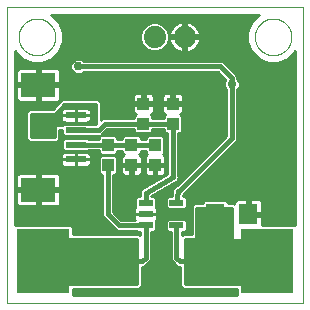
<source format=gtl>
G75*
%MOIN*%
%OFA0B0*%
%FSLAX25Y25*%
%IPPOS*%
%LPD*%
%AMOC8*
5,1,8,0,0,1.08239X$1,22.5*
%
%ADD10C,0.00000*%
%ADD11R,0.04724X0.02165*%
%ADD12R,0.03937X0.04331*%
%ADD13R,0.07087X0.01969*%
%ADD14R,0.11811X0.08268*%
%ADD15R,0.17717X0.21654*%
%ADD16R,0.09055X0.12598*%
%ADD17R,0.06299X0.07087*%
%ADD18C,0.07400*%
%ADD19C,0.01000*%
%ADD20C,0.03175*%
%ADD21C,0.02978*%
%ADD22C,0.01600*%
D10*
X0001500Y0001500D02*
X0001500Y0099925D01*
X0099925Y0099925D01*
X0099925Y0001500D01*
X0001500Y0001500D01*
X0005241Y0090083D02*
X0005243Y0090239D01*
X0005249Y0090395D01*
X0005259Y0090550D01*
X0005273Y0090705D01*
X0005291Y0090860D01*
X0005313Y0091014D01*
X0005338Y0091168D01*
X0005368Y0091321D01*
X0005402Y0091473D01*
X0005439Y0091625D01*
X0005480Y0091775D01*
X0005525Y0091924D01*
X0005574Y0092072D01*
X0005627Y0092219D01*
X0005683Y0092364D01*
X0005743Y0092508D01*
X0005807Y0092650D01*
X0005875Y0092791D01*
X0005946Y0092929D01*
X0006020Y0093066D01*
X0006098Y0093201D01*
X0006179Y0093334D01*
X0006264Y0093465D01*
X0006352Y0093594D01*
X0006443Y0093720D01*
X0006538Y0093844D01*
X0006635Y0093965D01*
X0006736Y0094084D01*
X0006840Y0094201D01*
X0006946Y0094314D01*
X0007056Y0094425D01*
X0007168Y0094533D01*
X0007283Y0094638D01*
X0007401Y0094741D01*
X0007521Y0094840D01*
X0007644Y0094936D01*
X0007769Y0095029D01*
X0007896Y0095118D01*
X0008026Y0095205D01*
X0008158Y0095288D01*
X0008292Y0095367D01*
X0008428Y0095444D01*
X0008566Y0095516D01*
X0008705Y0095586D01*
X0008847Y0095651D01*
X0008990Y0095713D01*
X0009134Y0095771D01*
X0009280Y0095826D01*
X0009428Y0095877D01*
X0009576Y0095924D01*
X0009726Y0095967D01*
X0009877Y0096006D01*
X0010029Y0096042D01*
X0010181Y0096073D01*
X0010335Y0096101D01*
X0010489Y0096125D01*
X0010643Y0096145D01*
X0010798Y0096161D01*
X0010954Y0096173D01*
X0011109Y0096181D01*
X0011265Y0096185D01*
X0011421Y0096185D01*
X0011577Y0096181D01*
X0011732Y0096173D01*
X0011888Y0096161D01*
X0012043Y0096145D01*
X0012197Y0096125D01*
X0012351Y0096101D01*
X0012505Y0096073D01*
X0012657Y0096042D01*
X0012809Y0096006D01*
X0012960Y0095967D01*
X0013110Y0095924D01*
X0013258Y0095877D01*
X0013406Y0095826D01*
X0013552Y0095771D01*
X0013696Y0095713D01*
X0013839Y0095651D01*
X0013981Y0095586D01*
X0014120Y0095516D01*
X0014258Y0095444D01*
X0014394Y0095367D01*
X0014528Y0095288D01*
X0014660Y0095205D01*
X0014790Y0095118D01*
X0014917Y0095029D01*
X0015042Y0094936D01*
X0015165Y0094840D01*
X0015285Y0094741D01*
X0015403Y0094638D01*
X0015518Y0094533D01*
X0015630Y0094425D01*
X0015740Y0094314D01*
X0015846Y0094201D01*
X0015950Y0094084D01*
X0016051Y0093965D01*
X0016148Y0093844D01*
X0016243Y0093720D01*
X0016334Y0093594D01*
X0016422Y0093465D01*
X0016507Y0093334D01*
X0016588Y0093201D01*
X0016666Y0093066D01*
X0016740Y0092929D01*
X0016811Y0092791D01*
X0016879Y0092650D01*
X0016943Y0092508D01*
X0017003Y0092364D01*
X0017059Y0092219D01*
X0017112Y0092072D01*
X0017161Y0091924D01*
X0017206Y0091775D01*
X0017247Y0091625D01*
X0017284Y0091473D01*
X0017318Y0091321D01*
X0017348Y0091168D01*
X0017373Y0091014D01*
X0017395Y0090860D01*
X0017413Y0090705D01*
X0017427Y0090550D01*
X0017437Y0090395D01*
X0017443Y0090239D01*
X0017445Y0090083D01*
X0017443Y0089927D01*
X0017437Y0089771D01*
X0017427Y0089616D01*
X0017413Y0089461D01*
X0017395Y0089306D01*
X0017373Y0089152D01*
X0017348Y0088998D01*
X0017318Y0088845D01*
X0017284Y0088693D01*
X0017247Y0088541D01*
X0017206Y0088391D01*
X0017161Y0088242D01*
X0017112Y0088094D01*
X0017059Y0087947D01*
X0017003Y0087802D01*
X0016943Y0087658D01*
X0016879Y0087516D01*
X0016811Y0087375D01*
X0016740Y0087237D01*
X0016666Y0087100D01*
X0016588Y0086965D01*
X0016507Y0086832D01*
X0016422Y0086701D01*
X0016334Y0086572D01*
X0016243Y0086446D01*
X0016148Y0086322D01*
X0016051Y0086201D01*
X0015950Y0086082D01*
X0015846Y0085965D01*
X0015740Y0085852D01*
X0015630Y0085741D01*
X0015518Y0085633D01*
X0015403Y0085528D01*
X0015285Y0085425D01*
X0015165Y0085326D01*
X0015042Y0085230D01*
X0014917Y0085137D01*
X0014790Y0085048D01*
X0014660Y0084961D01*
X0014528Y0084878D01*
X0014394Y0084799D01*
X0014258Y0084722D01*
X0014120Y0084650D01*
X0013981Y0084580D01*
X0013839Y0084515D01*
X0013696Y0084453D01*
X0013552Y0084395D01*
X0013406Y0084340D01*
X0013258Y0084289D01*
X0013110Y0084242D01*
X0012960Y0084199D01*
X0012809Y0084160D01*
X0012657Y0084124D01*
X0012505Y0084093D01*
X0012351Y0084065D01*
X0012197Y0084041D01*
X0012043Y0084021D01*
X0011888Y0084005D01*
X0011732Y0083993D01*
X0011577Y0083985D01*
X0011421Y0083981D01*
X0011265Y0083981D01*
X0011109Y0083985D01*
X0010954Y0083993D01*
X0010798Y0084005D01*
X0010643Y0084021D01*
X0010489Y0084041D01*
X0010335Y0084065D01*
X0010181Y0084093D01*
X0010029Y0084124D01*
X0009877Y0084160D01*
X0009726Y0084199D01*
X0009576Y0084242D01*
X0009428Y0084289D01*
X0009280Y0084340D01*
X0009134Y0084395D01*
X0008990Y0084453D01*
X0008847Y0084515D01*
X0008705Y0084580D01*
X0008566Y0084650D01*
X0008428Y0084722D01*
X0008292Y0084799D01*
X0008158Y0084878D01*
X0008026Y0084961D01*
X0007896Y0085048D01*
X0007769Y0085137D01*
X0007644Y0085230D01*
X0007521Y0085326D01*
X0007401Y0085425D01*
X0007283Y0085528D01*
X0007168Y0085633D01*
X0007056Y0085741D01*
X0006946Y0085852D01*
X0006840Y0085965D01*
X0006736Y0086082D01*
X0006635Y0086201D01*
X0006538Y0086322D01*
X0006443Y0086446D01*
X0006352Y0086572D01*
X0006264Y0086701D01*
X0006179Y0086832D01*
X0006098Y0086965D01*
X0006020Y0087100D01*
X0005946Y0087237D01*
X0005875Y0087375D01*
X0005807Y0087516D01*
X0005743Y0087658D01*
X0005683Y0087802D01*
X0005627Y0087947D01*
X0005574Y0088094D01*
X0005525Y0088242D01*
X0005480Y0088391D01*
X0005439Y0088541D01*
X0005402Y0088693D01*
X0005368Y0088845D01*
X0005338Y0088998D01*
X0005313Y0089152D01*
X0005291Y0089306D01*
X0005273Y0089461D01*
X0005259Y0089616D01*
X0005249Y0089771D01*
X0005243Y0089927D01*
X0005241Y0090083D01*
X0083981Y0090083D02*
X0083983Y0090239D01*
X0083989Y0090395D01*
X0083999Y0090550D01*
X0084013Y0090705D01*
X0084031Y0090860D01*
X0084053Y0091014D01*
X0084078Y0091168D01*
X0084108Y0091321D01*
X0084142Y0091473D01*
X0084179Y0091625D01*
X0084220Y0091775D01*
X0084265Y0091924D01*
X0084314Y0092072D01*
X0084367Y0092219D01*
X0084423Y0092364D01*
X0084483Y0092508D01*
X0084547Y0092650D01*
X0084615Y0092791D01*
X0084686Y0092929D01*
X0084760Y0093066D01*
X0084838Y0093201D01*
X0084919Y0093334D01*
X0085004Y0093465D01*
X0085092Y0093594D01*
X0085183Y0093720D01*
X0085278Y0093844D01*
X0085375Y0093965D01*
X0085476Y0094084D01*
X0085580Y0094201D01*
X0085686Y0094314D01*
X0085796Y0094425D01*
X0085908Y0094533D01*
X0086023Y0094638D01*
X0086141Y0094741D01*
X0086261Y0094840D01*
X0086384Y0094936D01*
X0086509Y0095029D01*
X0086636Y0095118D01*
X0086766Y0095205D01*
X0086898Y0095288D01*
X0087032Y0095367D01*
X0087168Y0095444D01*
X0087306Y0095516D01*
X0087445Y0095586D01*
X0087587Y0095651D01*
X0087730Y0095713D01*
X0087874Y0095771D01*
X0088020Y0095826D01*
X0088168Y0095877D01*
X0088316Y0095924D01*
X0088466Y0095967D01*
X0088617Y0096006D01*
X0088769Y0096042D01*
X0088921Y0096073D01*
X0089075Y0096101D01*
X0089229Y0096125D01*
X0089383Y0096145D01*
X0089538Y0096161D01*
X0089694Y0096173D01*
X0089849Y0096181D01*
X0090005Y0096185D01*
X0090161Y0096185D01*
X0090317Y0096181D01*
X0090472Y0096173D01*
X0090628Y0096161D01*
X0090783Y0096145D01*
X0090937Y0096125D01*
X0091091Y0096101D01*
X0091245Y0096073D01*
X0091397Y0096042D01*
X0091549Y0096006D01*
X0091700Y0095967D01*
X0091850Y0095924D01*
X0091998Y0095877D01*
X0092146Y0095826D01*
X0092292Y0095771D01*
X0092436Y0095713D01*
X0092579Y0095651D01*
X0092721Y0095586D01*
X0092860Y0095516D01*
X0092998Y0095444D01*
X0093134Y0095367D01*
X0093268Y0095288D01*
X0093400Y0095205D01*
X0093530Y0095118D01*
X0093657Y0095029D01*
X0093782Y0094936D01*
X0093905Y0094840D01*
X0094025Y0094741D01*
X0094143Y0094638D01*
X0094258Y0094533D01*
X0094370Y0094425D01*
X0094480Y0094314D01*
X0094586Y0094201D01*
X0094690Y0094084D01*
X0094791Y0093965D01*
X0094888Y0093844D01*
X0094983Y0093720D01*
X0095074Y0093594D01*
X0095162Y0093465D01*
X0095247Y0093334D01*
X0095328Y0093201D01*
X0095406Y0093066D01*
X0095480Y0092929D01*
X0095551Y0092791D01*
X0095619Y0092650D01*
X0095683Y0092508D01*
X0095743Y0092364D01*
X0095799Y0092219D01*
X0095852Y0092072D01*
X0095901Y0091924D01*
X0095946Y0091775D01*
X0095987Y0091625D01*
X0096024Y0091473D01*
X0096058Y0091321D01*
X0096088Y0091168D01*
X0096113Y0091014D01*
X0096135Y0090860D01*
X0096153Y0090705D01*
X0096167Y0090550D01*
X0096177Y0090395D01*
X0096183Y0090239D01*
X0096185Y0090083D01*
X0096183Y0089927D01*
X0096177Y0089771D01*
X0096167Y0089616D01*
X0096153Y0089461D01*
X0096135Y0089306D01*
X0096113Y0089152D01*
X0096088Y0088998D01*
X0096058Y0088845D01*
X0096024Y0088693D01*
X0095987Y0088541D01*
X0095946Y0088391D01*
X0095901Y0088242D01*
X0095852Y0088094D01*
X0095799Y0087947D01*
X0095743Y0087802D01*
X0095683Y0087658D01*
X0095619Y0087516D01*
X0095551Y0087375D01*
X0095480Y0087237D01*
X0095406Y0087100D01*
X0095328Y0086965D01*
X0095247Y0086832D01*
X0095162Y0086701D01*
X0095074Y0086572D01*
X0094983Y0086446D01*
X0094888Y0086322D01*
X0094791Y0086201D01*
X0094690Y0086082D01*
X0094586Y0085965D01*
X0094480Y0085852D01*
X0094370Y0085741D01*
X0094258Y0085633D01*
X0094143Y0085528D01*
X0094025Y0085425D01*
X0093905Y0085326D01*
X0093782Y0085230D01*
X0093657Y0085137D01*
X0093530Y0085048D01*
X0093400Y0084961D01*
X0093268Y0084878D01*
X0093134Y0084799D01*
X0092998Y0084722D01*
X0092860Y0084650D01*
X0092721Y0084580D01*
X0092579Y0084515D01*
X0092436Y0084453D01*
X0092292Y0084395D01*
X0092146Y0084340D01*
X0091998Y0084289D01*
X0091850Y0084242D01*
X0091700Y0084199D01*
X0091549Y0084160D01*
X0091397Y0084124D01*
X0091245Y0084093D01*
X0091091Y0084065D01*
X0090937Y0084041D01*
X0090783Y0084021D01*
X0090628Y0084005D01*
X0090472Y0083993D01*
X0090317Y0083985D01*
X0090161Y0083981D01*
X0090005Y0083981D01*
X0089849Y0083985D01*
X0089694Y0083993D01*
X0089538Y0084005D01*
X0089383Y0084021D01*
X0089229Y0084041D01*
X0089075Y0084065D01*
X0088921Y0084093D01*
X0088769Y0084124D01*
X0088617Y0084160D01*
X0088466Y0084199D01*
X0088316Y0084242D01*
X0088168Y0084289D01*
X0088020Y0084340D01*
X0087874Y0084395D01*
X0087730Y0084453D01*
X0087587Y0084515D01*
X0087445Y0084580D01*
X0087306Y0084650D01*
X0087168Y0084722D01*
X0087032Y0084799D01*
X0086898Y0084878D01*
X0086766Y0084961D01*
X0086636Y0085048D01*
X0086509Y0085137D01*
X0086384Y0085230D01*
X0086261Y0085326D01*
X0086141Y0085425D01*
X0086023Y0085528D01*
X0085908Y0085633D01*
X0085796Y0085741D01*
X0085686Y0085852D01*
X0085580Y0085965D01*
X0085476Y0086082D01*
X0085375Y0086201D01*
X0085278Y0086322D01*
X0085183Y0086446D01*
X0085092Y0086572D01*
X0085004Y0086701D01*
X0084919Y0086832D01*
X0084838Y0086965D01*
X0084760Y0087100D01*
X0084686Y0087237D01*
X0084615Y0087375D01*
X0084547Y0087516D01*
X0084483Y0087658D01*
X0084423Y0087802D01*
X0084367Y0087947D01*
X0084314Y0088094D01*
X0084265Y0088242D01*
X0084220Y0088391D01*
X0084179Y0088541D01*
X0084142Y0088693D01*
X0084108Y0088845D01*
X0084078Y0088998D01*
X0084053Y0089152D01*
X0084031Y0089306D01*
X0084013Y0089461D01*
X0083999Y0089616D01*
X0083989Y0089771D01*
X0083983Y0089927D01*
X0083981Y0090083D01*
D11*
X0057800Y0034768D03*
X0057800Y0027287D03*
X0047563Y0027287D03*
X0047563Y0031028D03*
X0047563Y0034768D03*
D12*
X0050713Y0047366D03*
X0050713Y0054059D03*
X0046776Y0061146D03*
X0046776Y0067839D03*
X0056618Y0067839D03*
X0056618Y0061146D03*
X0042839Y0054059D03*
X0042839Y0047366D03*
X0034965Y0047366D03*
X0034965Y0054059D03*
D13*
X0024335Y0054157D03*
X0024335Y0049236D03*
X0024335Y0059079D03*
X0024335Y0064000D03*
D14*
X0011736Y0074039D03*
X0011736Y0039197D03*
D15*
X0013311Y0015280D03*
X0088114Y0015280D03*
D16*
X0064886Y0015280D03*
X0040476Y0015280D03*
D17*
X0070791Y0031028D03*
X0081815Y0031028D03*
D18*
X0060555Y0090083D03*
X0050555Y0090083D03*
D19*
X0047476Y0086373D02*
X0019117Y0086373D01*
X0018704Y0085375D02*
X0049378Y0085375D01*
X0049600Y0085283D02*
X0051510Y0085283D01*
X0053274Y0086013D01*
X0054624Y0087364D01*
X0055355Y0089128D01*
X0055355Y0091037D01*
X0054624Y0092802D01*
X0053274Y0094152D01*
X0051510Y0094883D01*
X0049600Y0094883D01*
X0047836Y0094152D01*
X0046486Y0092802D01*
X0045755Y0091037D01*
X0045755Y0089128D01*
X0046486Y0087364D01*
X0047836Y0086013D01*
X0049600Y0085283D01*
X0051733Y0085375D02*
X0058341Y0085375D01*
X0058559Y0085264D02*
X0059337Y0085011D01*
X0060055Y0084897D01*
X0060055Y0089583D01*
X0055369Y0089583D01*
X0055483Y0088865D01*
X0055736Y0088087D01*
X0056108Y0087357D01*
X0056589Y0086695D01*
X0057168Y0086116D01*
X0057830Y0085635D01*
X0058559Y0085264D01*
X0056910Y0086373D02*
X0053634Y0086373D01*
X0054628Y0087372D02*
X0056100Y0087372D01*
X0055644Y0088370D02*
X0055041Y0088370D01*
X0055355Y0089369D02*
X0055403Y0089369D01*
X0055355Y0090368D02*
X0060055Y0090368D01*
X0060055Y0090583D02*
X0060055Y0089583D01*
X0061055Y0089583D01*
X0061055Y0090583D01*
X0060055Y0090583D01*
X0060055Y0095268D01*
X0059337Y0095155D01*
X0058559Y0094902D01*
X0057830Y0094530D01*
X0057168Y0094049D01*
X0056589Y0093470D01*
X0056108Y0092808D01*
X0055736Y0092079D01*
X0055483Y0091300D01*
X0055369Y0090583D01*
X0060055Y0090583D01*
X0060055Y0091366D02*
X0061055Y0091366D01*
X0061055Y0090583D02*
X0061055Y0095268D01*
X0061773Y0095155D01*
X0062551Y0094902D01*
X0063281Y0094530D01*
X0063943Y0094049D01*
X0064521Y0093470D01*
X0065003Y0092808D01*
X0065374Y0092079D01*
X0065627Y0091300D01*
X0065741Y0090583D01*
X0061055Y0090583D01*
X0061055Y0090368D02*
X0081480Y0090368D01*
X0081480Y0091366D02*
X0065606Y0091366D01*
X0065229Y0092365D02*
X0081717Y0092365D01*
X0081480Y0091794D02*
X0081480Y0088372D01*
X0082790Y0085210D01*
X0085210Y0082790D01*
X0088372Y0081480D01*
X0091794Y0081480D01*
X0094956Y0082790D01*
X0097375Y0085210D01*
X0097425Y0085330D01*
X0097425Y0027206D01*
X0086443Y0027206D01*
X0086465Y0027287D01*
X0086465Y0030528D01*
X0082315Y0030528D01*
X0082315Y0031528D01*
X0081315Y0031528D01*
X0081315Y0036071D01*
X0078468Y0036071D01*
X0078086Y0035969D01*
X0077744Y0035771D01*
X0077465Y0035492D01*
X0077268Y0035150D01*
X0077165Y0034768D01*
X0077165Y0034397D01*
X0076966Y0034596D01*
X0075041Y0034596D01*
X0075041Y0035027D01*
X0074397Y0035671D01*
X0067186Y0035671D01*
X0066542Y0035027D01*
X0066542Y0034596D01*
X0063829Y0034596D01*
X0062892Y0033659D01*
X0062892Y0024360D01*
X0059892Y0024360D01*
X0059700Y0024167D01*
X0059700Y0025105D01*
X0060617Y0025105D01*
X0061262Y0025749D01*
X0061262Y0028826D01*
X0060617Y0029470D01*
X0054982Y0029470D01*
X0054337Y0028826D01*
X0054337Y0025749D01*
X0054982Y0025105D01*
X0055900Y0025105D01*
X0055900Y0015673D01*
X0057013Y0014560D01*
X0058193Y0013380D01*
X0058955Y0013380D01*
X0058955Y0007136D01*
X0059892Y0006199D01*
X0078156Y0006199D01*
X0078156Y0004000D01*
X0023269Y0004000D01*
X0023269Y0006199D01*
X0045470Y0006199D01*
X0046407Y0007136D01*
X0046407Y0013380D01*
X0047169Y0013380D01*
X0048350Y0014560D01*
X0049463Y0015673D01*
X0049463Y0025105D01*
X0050380Y0025105D01*
X0051025Y0025749D01*
X0051025Y0028826D01*
X0050976Y0028875D01*
X0051125Y0029024D01*
X0051323Y0029366D01*
X0051425Y0029747D01*
X0051425Y0030986D01*
X0047604Y0030986D01*
X0047604Y0031069D01*
X0051425Y0031069D01*
X0051425Y0032308D01*
X0051323Y0032689D01*
X0051125Y0033031D01*
X0050976Y0033180D01*
X0051025Y0033229D01*
X0051025Y0036306D01*
X0050380Y0036950D01*
X0049463Y0036950D01*
X0049463Y0037005D01*
X0057118Y0041332D01*
X0057405Y0041332D01*
X0057778Y0041706D01*
X0058238Y0041965D01*
X0058315Y0042242D01*
X0058518Y0042445D01*
X0058518Y0042973D01*
X0058659Y0043482D01*
X0058518Y0043732D01*
X0058518Y0057880D01*
X0059042Y0057880D01*
X0059687Y0058525D01*
X0059687Y0063767D01*
X0059173Y0064280D01*
X0059508Y0064473D01*
X0059787Y0064752D01*
X0059984Y0065094D01*
X0060087Y0065476D01*
X0060087Y0067354D01*
X0057102Y0067354D01*
X0057102Y0068323D01*
X0056134Y0068323D01*
X0056134Y0071504D01*
X0054452Y0071504D01*
X0054071Y0071402D01*
X0053729Y0071204D01*
X0053449Y0070925D01*
X0053252Y0070583D01*
X0053150Y0070201D01*
X0053150Y0068323D01*
X0056134Y0068323D01*
X0056134Y0067354D01*
X0053150Y0067354D01*
X0053150Y0065476D01*
X0053252Y0065094D01*
X0053449Y0064752D01*
X0053729Y0064473D01*
X0054063Y0064280D01*
X0053550Y0063767D01*
X0053550Y0063046D01*
X0049844Y0063046D01*
X0049844Y0063767D01*
X0049331Y0064280D01*
X0049665Y0064473D01*
X0049944Y0064752D01*
X0050142Y0065094D01*
X0050244Y0065476D01*
X0050244Y0067354D01*
X0047260Y0067354D01*
X0047260Y0068323D01*
X0046291Y0068323D01*
X0046291Y0067354D01*
X0043307Y0067354D01*
X0043307Y0065476D01*
X0043409Y0065094D01*
X0043607Y0064752D01*
X0043886Y0064473D01*
X0044220Y0064280D01*
X0043707Y0063767D01*
X0043707Y0063046D01*
X0033193Y0063046D01*
X0032628Y0062480D01*
X0032628Y0068304D01*
X0031690Y0069242D01*
X0019735Y0069242D01*
X0016585Y0066092D01*
X0008711Y0066092D01*
X0007774Y0065155D01*
X0007774Y0055955D01*
X0008711Y0055018D01*
X0010037Y0055018D01*
X0016585Y0055018D01*
X0017911Y0055018D01*
X0018848Y0055955D01*
X0018848Y0058955D01*
X0019691Y0058955D01*
X0019691Y0057639D01*
X0020336Y0056994D01*
X0028334Y0056994D01*
X0028518Y0057179D01*
X0032395Y0057179D01*
X0031896Y0056680D01*
X0031896Y0056057D01*
X0028518Y0056057D01*
X0028334Y0056242D01*
X0020336Y0056242D01*
X0019691Y0055597D01*
X0019691Y0052718D01*
X0020336Y0052073D01*
X0028334Y0052073D01*
X0028518Y0052257D01*
X0031896Y0052257D01*
X0031896Y0051438D01*
X0032540Y0050794D01*
X0037389Y0050794D01*
X0038033Y0051438D01*
X0038033Y0052159D01*
X0039770Y0052159D01*
X0039770Y0051438D01*
X0040283Y0050925D01*
X0039949Y0050732D01*
X0039670Y0050453D01*
X0039472Y0050110D01*
X0039370Y0049729D01*
X0039370Y0047850D01*
X0042354Y0047850D01*
X0042354Y0046882D01*
X0039370Y0046882D01*
X0039370Y0045003D01*
X0039472Y0044622D01*
X0039670Y0044280D01*
X0039949Y0044000D01*
X0040291Y0043803D01*
X0040673Y0043701D01*
X0042354Y0043701D01*
X0042354Y0046882D01*
X0043323Y0046882D01*
X0043323Y0047850D01*
X0046307Y0047850D01*
X0046307Y0049729D01*
X0046205Y0050110D01*
X0046007Y0050453D01*
X0045728Y0050732D01*
X0045394Y0050925D01*
X0045907Y0051438D01*
X0045907Y0052159D01*
X0047644Y0052159D01*
X0047644Y0051438D01*
X0048157Y0050925D01*
X0047823Y0050732D01*
X0047544Y0050453D01*
X0047346Y0050110D01*
X0047244Y0049729D01*
X0047244Y0047850D01*
X0050228Y0047850D01*
X0050228Y0046882D01*
X0047244Y0046882D01*
X0047244Y0045003D01*
X0047346Y0044622D01*
X0047544Y0044280D01*
X0047823Y0044000D01*
X0048165Y0043803D01*
X0048547Y0043701D01*
X0050228Y0043701D01*
X0050228Y0046882D01*
X0051197Y0046882D01*
X0051197Y0047850D01*
X0054181Y0047850D01*
X0054181Y0049729D01*
X0054079Y0050110D01*
X0053881Y0050453D01*
X0053602Y0050732D01*
X0053268Y0050925D01*
X0053781Y0051438D01*
X0053781Y0056680D01*
X0053137Y0057324D01*
X0048288Y0057324D01*
X0047644Y0056680D01*
X0047644Y0055959D01*
X0045907Y0055959D01*
X0045907Y0056680D01*
X0045263Y0057324D01*
X0040414Y0057324D01*
X0039770Y0056680D01*
X0039770Y0055959D01*
X0038033Y0055959D01*
X0038033Y0056680D01*
X0037389Y0057324D01*
X0032846Y0057324D01*
X0034767Y0059246D01*
X0043707Y0059246D01*
X0043707Y0058525D01*
X0044351Y0057880D01*
X0049200Y0057880D01*
X0049844Y0058525D01*
X0049844Y0059246D01*
X0053550Y0059246D01*
X0053550Y0058525D01*
X0054194Y0057880D01*
X0054718Y0057880D01*
X0054718Y0044341D01*
X0047063Y0040014D01*
X0046776Y0040014D01*
X0046402Y0039640D01*
X0045943Y0039381D01*
X0045866Y0039104D01*
X0045663Y0038901D01*
X0045663Y0038373D01*
X0045521Y0037864D01*
X0045663Y0037614D01*
X0045663Y0036950D01*
X0044745Y0036950D01*
X0044100Y0036306D01*
X0044100Y0033229D01*
X0044149Y0033180D01*
X0044000Y0033031D01*
X0043803Y0032689D01*
X0043700Y0032308D01*
X0043700Y0031069D01*
X0047521Y0031069D01*
X0047521Y0030986D01*
X0043700Y0030986D01*
X0043700Y0029747D01*
X0043803Y0029366D01*
X0043906Y0029187D01*
X0039492Y0029187D01*
X0036865Y0031815D01*
X0036865Y0044101D01*
X0037389Y0044101D01*
X0038033Y0044745D01*
X0038033Y0049987D01*
X0037389Y0050631D01*
X0032540Y0050631D01*
X0031896Y0049987D01*
X0031896Y0044745D01*
X0032540Y0044101D01*
X0033065Y0044101D01*
X0033065Y0030241D01*
X0037918Y0025387D01*
X0044462Y0025387D01*
X0044745Y0025105D01*
X0045663Y0025105D01*
X0045663Y0024167D01*
X0045470Y0024360D01*
X0023269Y0024360D01*
X0023269Y0026562D01*
X0022625Y0027206D01*
X0004000Y0027206D01*
X0004000Y0085330D01*
X0004050Y0085210D01*
X0006470Y0082790D01*
X0009631Y0081480D01*
X0013054Y0081480D01*
X0016215Y0082790D01*
X0018635Y0085210D01*
X0019945Y0088372D01*
X0019945Y0091794D01*
X0018635Y0094956D01*
X0016215Y0097375D01*
X0016095Y0097425D01*
X0085330Y0097425D01*
X0085210Y0097375D01*
X0082790Y0094956D01*
X0081480Y0091794D01*
X0082130Y0093363D02*
X0064599Y0093363D01*
X0063513Y0094362D02*
X0082544Y0094362D01*
X0083195Y0095360D02*
X0018231Y0095360D01*
X0018881Y0094362D02*
X0048342Y0094362D01*
X0047047Y0093363D02*
X0019295Y0093363D01*
X0019708Y0092365D02*
X0046305Y0092365D01*
X0045891Y0091366D02*
X0019945Y0091366D01*
X0019945Y0090368D02*
X0045755Y0090368D01*
X0045755Y0089369D02*
X0019945Y0089369D01*
X0019944Y0088370D02*
X0046069Y0088370D01*
X0046482Y0087372D02*
X0019531Y0087372D01*
X0017802Y0084376D02*
X0083623Y0084376D01*
X0082722Y0085375D02*
X0062770Y0085375D01*
X0062551Y0085264D02*
X0063281Y0085635D01*
X0063943Y0086116D01*
X0064521Y0086695D01*
X0065003Y0087357D01*
X0065374Y0088087D01*
X0065627Y0088865D01*
X0065741Y0089583D01*
X0061055Y0089583D01*
X0061055Y0084897D01*
X0061773Y0085011D01*
X0062551Y0085264D01*
X0061055Y0085375D02*
X0060055Y0085375D01*
X0060055Y0086373D02*
X0061055Y0086373D01*
X0061055Y0087372D02*
X0060055Y0087372D01*
X0060055Y0088370D02*
X0061055Y0088370D01*
X0061055Y0089369D02*
X0060055Y0089369D01*
X0060055Y0092365D02*
X0061055Y0092365D01*
X0061055Y0093363D02*
X0060055Y0093363D01*
X0060055Y0094362D02*
X0061055Y0094362D01*
X0057598Y0094362D02*
X0052768Y0094362D01*
X0054063Y0093363D02*
X0056511Y0093363D01*
X0055882Y0092365D02*
X0054805Y0092365D01*
X0055219Y0091366D02*
X0055505Y0091366D01*
X0064200Y0086373D02*
X0082308Y0086373D01*
X0081894Y0087372D02*
X0065010Y0087372D01*
X0065466Y0088370D02*
X0081481Y0088370D01*
X0081480Y0089369D02*
X0065707Y0089369D01*
X0073153Y0082140D02*
X0026883Y0082140D01*
X0026589Y0082435D01*
X0025637Y0082829D01*
X0024607Y0082829D01*
X0023655Y0082435D01*
X0022927Y0081707D01*
X0022533Y0080755D01*
X0022533Y0079725D01*
X0022927Y0078774D01*
X0023655Y0078045D01*
X0024607Y0077651D01*
X0025637Y0077651D01*
X0026589Y0078045D01*
X0026883Y0078340D01*
X0071579Y0078340D01*
X0074113Y0075806D01*
X0074108Y0075801D01*
X0073714Y0074850D01*
X0073714Y0073820D01*
X0074108Y0072868D01*
X0074403Y0072573D01*
X0074403Y0057011D01*
X0058066Y0040674D01*
X0057893Y0040700D01*
X0057764Y0040605D01*
X0057603Y0040605D01*
X0057146Y0040148D01*
X0056627Y0039765D01*
X0056604Y0039606D01*
X0056490Y0039492D01*
X0056490Y0038846D01*
X0056206Y0036950D01*
X0054982Y0036950D01*
X0054337Y0036306D01*
X0054337Y0033229D01*
X0054982Y0032585D01*
X0060617Y0032585D01*
X0061262Y0033229D01*
X0061262Y0036306D01*
X0060617Y0036950D01*
X0060048Y0036950D01*
X0060107Y0037341D01*
X0077090Y0054324D01*
X0078203Y0055437D01*
X0078203Y0072573D01*
X0078498Y0072868D01*
X0078892Y0073820D01*
X0078892Y0074850D01*
X0078498Y0075801D01*
X0078203Y0076096D01*
X0078203Y0077090D01*
X0074266Y0081027D01*
X0073153Y0082140D01*
X0073912Y0081381D02*
X0097425Y0081381D01*
X0097425Y0082379D02*
X0093964Y0082379D01*
X0095543Y0083378D02*
X0097425Y0083378D01*
X0097425Y0084376D02*
X0096542Y0084376D01*
X0097425Y0080382D02*
X0074911Y0080382D01*
X0075909Y0079384D02*
X0097425Y0079384D01*
X0097425Y0078385D02*
X0076908Y0078385D01*
X0077906Y0077387D02*
X0097425Y0077387D01*
X0097425Y0076388D02*
X0078203Y0076388D01*
X0078668Y0075390D02*
X0097425Y0075390D01*
X0097425Y0074391D02*
X0078892Y0074391D01*
X0078715Y0073393D02*
X0097425Y0073393D01*
X0097425Y0072394D02*
X0078203Y0072394D01*
X0078203Y0071396D02*
X0097425Y0071396D01*
X0097425Y0070397D02*
X0078203Y0070397D01*
X0078203Y0069399D02*
X0097425Y0069399D01*
X0097425Y0068400D02*
X0078203Y0068400D01*
X0078203Y0067402D02*
X0097425Y0067402D01*
X0097425Y0066403D02*
X0078203Y0066403D01*
X0078203Y0065405D02*
X0097425Y0065405D01*
X0097425Y0064406D02*
X0078203Y0064406D01*
X0078203Y0063408D02*
X0097425Y0063408D01*
X0097425Y0062409D02*
X0078203Y0062409D01*
X0078203Y0061411D02*
X0097425Y0061411D01*
X0097425Y0060412D02*
X0078203Y0060412D01*
X0078203Y0059414D02*
X0097425Y0059414D01*
X0097425Y0058415D02*
X0078203Y0058415D01*
X0078203Y0057417D02*
X0097425Y0057417D01*
X0097425Y0056418D02*
X0078203Y0056418D01*
X0078185Y0055420D02*
X0097425Y0055420D01*
X0097425Y0054421D02*
X0077187Y0054421D01*
X0076188Y0053423D02*
X0097425Y0053423D01*
X0097425Y0052424D02*
X0075190Y0052424D01*
X0074191Y0051426D02*
X0097425Y0051426D01*
X0097425Y0050427D02*
X0073193Y0050427D01*
X0072194Y0049429D02*
X0097425Y0049429D01*
X0097425Y0048430D02*
X0071196Y0048430D01*
X0070197Y0047432D02*
X0097425Y0047432D01*
X0097425Y0046433D02*
X0069199Y0046433D01*
X0068200Y0045434D02*
X0097425Y0045434D01*
X0097425Y0044436D02*
X0067202Y0044436D01*
X0066203Y0043437D02*
X0097425Y0043437D01*
X0097425Y0042439D02*
X0065205Y0042439D01*
X0064206Y0041440D02*
X0097425Y0041440D01*
X0097425Y0040442D02*
X0063208Y0040442D01*
X0062209Y0039443D02*
X0097425Y0039443D01*
X0097425Y0038445D02*
X0061211Y0038445D01*
X0060212Y0037446D02*
X0097425Y0037446D01*
X0097425Y0036448D02*
X0061120Y0036448D01*
X0061262Y0035449D02*
X0066965Y0035449D01*
X0064492Y0032996D02*
X0076303Y0032996D01*
X0076303Y0022366D01*
X0084177Y0022760D01*
X0084177Y0007799D01*
X0060555Y0007799D01*
X0060555Y0022760D01*
X0064492Y0022760D01*
X0064492Y0032996D01*
X0064492Y0032454D02*
X0076303Y0032454D01*
X0076303Y0031455D02*
X0064492Y0031455D01*
X0064492Y0030457D02*
X0076303Y0030457D01*
X0076303Y0029458D02*
X0064492Y0029458D01*
X0064492Y0028460D02*
X0076303Y0028460D01*
X0076303Y0027461D02*
X0064492Y0027461D01*
X0064492Y0026463D02*
X0076303Y0026463D01*
X0076303Y0025464D02*
X0064492Y0025464D01*
X0064492Y0024466D02*
X0076303Y0024466D01*
X0076303Y0023467D02*
X0064492Y0023467D01*
X0062892Y0024466D02*
X0059700Y0024466D01*
X0060977Y0025464D02*
X0062892Y0025464D01*
X0062892Y0026463D02*
X0061262Y0026463D01*
X0061262Y0027461D02*
X0062892Y0027461D01*
X0062892Y0028460D02*
X0061262Y0028460D01*
X0060629Y0029458D02*
X0062892Y0029458D01*
X0062892Y0030457D02*
X0051425Y0030457D01*
X0051425Y0031455D02*
X0062892Y0031455D01*
X0062892Y0032454D02*
X0051386Y0032454D01*
X0051025Y0033452D02*
X0054337Y0033452D01*
X0054337Y0034451D02*
X0051025Y0034451D01*
X0051025Y0035449D02*
X0054337Y0035449D01*
X0054479Y0036448D02*
X0050883Y0036448D01*
X0050243Y0037446D02*
X0056280Y0037446D01*
X0056430Y0038445D02*
X0052010Y0038445D01*
X0053776Y0039443D02*
X0056490Y0039443D01*
X0055543Y0040442D02*
X0057440Y0040442D01*
X0057513Y0041440D02*
X0058832Y0041440D01*
X0058512Y0042439D02*
X0059831Y0042439D01*
X0060829Y0043437D02*
X0058647Y0043437D01*
X0058518Y0044436D02*
X0061828Y0044436D01*
X0062826Y0045434D02*
X0058518Y0045434D01*
X0058518Y0046433D02*
X0063825Y0046433D01*
X0064823Y0047432D02*
X0058518Y0047432D01*
X0058518Y0048430D02*
X0065822Y0048430D01*
X0066820Y0049429D02*
X0058518Y0049429D01*
X0058518Y0050427D02*
X0067819Y0050427D01*
X0068817Y0051426D02*
X0058518Y0051426D01*
X0058518Y0052424D02*
X0069816Y0052424D01*
X0070814Y0053423D02*
X0058518Y0053423D01*
X0058518Y0054421D02*
X0071813Y0054421D01*
X0072811Y0055420D02*
X0058518Y0055420D01*
X0058518Y0056418D02*
X0073810Y0056418D01*
X0074403Y0057417D02*
X0058518Y0057417D01*
X0059577Y0058415D02*
X0074403Y0058415D01*
X0074403Y0059414D02*
X0059687Y0059414D01*
X0059687Y0060412D02*
X0074403Y0060412D01*
X0074403Y0061411D02*
X0059687Y0061411D01*
X0059687Y0062409D02*
X0074403Y0062409D01*
X0074403Y0063408D02*
X0059687Y0063408D01*
X0059392Y0064406D02*
X0074403Y0064406D01*
X0074403Y0065405D02*
X0060068Y0065405D01*
X0060087Y0066403D02*
X0074403Y0066403D01*
X0074403Y0067402D02*
X0057102Y0067402D01*
X0057102Y0068323D02*
X0060087Y0068323D01*
X0060087Y0070201D01*
X0059984Y0070583D01*
X0059787Y0070925D01*
X0059508Y0071204D01*
X0059166Y0071402D01*
X0058784Y0071504D01*
X0057102Y0071504D01*
X0057102Y0068323D01*
X0057102Y0068400D02*
X0056134Y0068400D01*
X0056134Y0067402D02*
X0047260Y0067402D01*
X0047260Y0068323D02*
X0050244Y0068323D01*
X0050244Y0070201D01*
X0050142Y0070583D01*
X0049944Y0070925D01*
X0049665Y0071204D01*
X0049323Y0071402D01*
X0048942Y0071504D01*
X0047260Y0071504D01*
X0047260Y0068323D01*
X0047260Y0068400D02*
X0046291Y0068400D01*
X0046291Y0068323D02*
X0046291Y0071504D01*
X0044610Y0071504D01*
X0044228Y0071402D01*
X0043886Y0071204D01*
X0043607Y0070925D01*
X0043409Y0070583D01*
X0043307Y0070201D01*
X0043307Y0068323D01*
X0046291Y0068323D01*
X0046291Y0067402D02*
X0032628Y0067402D01*
X0032628Y0066403D02*
X0043307Y0066403D01*
X0043326Y0065405D02*
X0032628Y0065405D01*
X0032628Y0064406D02*
X0044002Y0064406D01*
X0043707Y0063408D02*
X0032628Y0063408D01*
X0031028Y0063408D02*
X0029378Y0063408D01*
X0029378Y0062818D02*
X0029378Y0064000D01*
X0029378Y0065182D01*
X0029276Y0065563D01*
X0029078Y0065905D01*
X0028799Y0066185D01*
X0028457Y0066382D01*
X0028075Y0066484D01*
X0024335Y0066484D01*
X0024335Y0064000D01*
X0029378Y0064000D01*
X0024335Y0064000D01*
X0024335Y0064000D01*
X0024335Y0064000D01*
X0024335Y0061516D01*
X0028075Y0061516D01*
X0028457Y0061618D01*
X0028799Y0061815D01*
X0029078Y0062095D01*
X0029276Y0062437D01*
X0029378Y0062818D01*
X0029260Y0062409D02*
X0031028Y0062409D01*
X0031028Y0061411D02*
X0009374Y0061411D01*
X0009374Y0062409D02*
X0019409Y0062409D01*
X0019394Y0062437D02*
X0019591Y0062095D01*
X0019870Y0061815D01*
X0020212Y0061618D01*
X0020594Y0061516D01*
X0024335Y0061516D01*
X0024335Y0064000D01*
X0024335Y0064000D01*
X0024335Y0066484D01*
X0020594Y0066484D01*
X0020212Y0066382D01*
X0019870Y0066185D01*
X0019591Y0065905D01*
X0019394Y0065563D01*
X0019291Y0065182D01*
X0019291Y0064000D01*
X0019291Y0062818D01*
X0019394Y0062437D01*
X0019291Y0063408D02*
X0009374Y0063408D01*
X0009374Y0064406D02*
X0019291Y0064406D01*
X0019291Y0064000D02*
X0024335Y0064000D01*
X0019291Y0064000D01*
X0019351Y0065405D02*
X0018161Y0065405D01*
X0017248Y0064492D02*
X0020398Y0067642D01*
X0031028Y0067642D01*
X0031028Y0060979D01*
X0028518Y0060979D01*
X0028334Y0061163D01*
X0020336Y0061163D01*
X0019728Y0060555D01*
X0017248Y0060555D01*
X0017248Y0056618D01*
X0009374Y0056618D01*
X0009374Y0064492D01*
X0017248Y0064492D01*
X0016896Y0066403D02*
X0004000Y0066403D01*
X0004000Y0065405D02*
X0008024Y0065405D01*
X0007774Y0064406D02*
X0004000Y0064406D01*
X0004000Y0063408D02*
X0007774Y0063408D01*
X0007774Y0062409D02*
X0004000Y0062409D01*
X0004000Y0061411D02*
X0007774Y0061411D01*
X0007774Y0060412D02*
X0004000Y0060412D01*
X0004000Y0059414D02*
X0007774Y0059414D01*
X0007774Y0058415D02*
X0004000Y0058415D01*
X0004000Y0057417D02*
X0007774Y0057417D01*
X0007774Y0056418D02*
X0004000Y0056418D01*
X0004000Y0055420D02*
X0008310Y0055420D01*
X0009374Y0057417D02*
X0017248Y0057417D01*
X0017248Y0058415D02*
X0009374Y0058415D01*
X0009374Y0059414D02*
X0017248Y0059414D01*
X0017248Y0060412D02*
X0009374Y0060412D01*
X0004000Y0054421D02*
X0019691Y0054421D01*
X0019691Y0053423D02*
X0004000Y0053423D01*
X0004000Y0052424D02*
X0019985Y0052424D01*
X0020212Y0051618D02*
X0019870Y0051421D01*
X0019591Y0051141D01*
X0019394Y0050799D01*
X0019291Y0050418D01*
X0019291Y0049236D01*
X0019291Y0048054D01*
X0019394Y0047673D01*
X0019591Y0047331D01*
X0019870Y0047052D01*
X0020212Y0046854D01*
X0020594Y0046752D01*
X0024335Y0046752D01*
X0028075Y0046752D01*
X0028457Y0046854D01*
X0028799Y0047052D01*
X0029078Y0047331D01*
X0029276Y0047673D01*
X0029378Y0048054D01*
X0029378Y0049236D01*
X0024335Y0049236D01*
X0024335Y0049236D01*
X0024335Y0046752D01*
X0024335Y0049236D01*
X0024335Y0049236D01*
X0029378Y0049236D01*
X0029378Y0050418D01*
X0029276Y0050799D01*
X0029078Y0051141D01*
X0028799Y0051421D01*
X0028457Y0051618D01*
X0028075Y0051720D01*
X0024335Y0051720D01*
X0024335Y0049236D01*
X0024335Y0049236D01*
X0019291Y0049236D01*
X0024335Y0049236D01*
X0024335Y0049236D01*
X0024335Y0051720D01*
X0020594Y0051720D01*
X0020212Y0051618D01*
X0019879Y0051426D02*
X0004000Y0051426D01*
X0004000Y0050427D02*
X0019294Y0050427D01*
X0019291Y0049429D02*
X0004000Y0049429D01*
X0004000Y0048430D02*
X0019291Y0048430D01*
X0019533Y0047432D02*
X0004000Y0047432D01*
X0004000Y0046433D02*
X0031896Y0046433D01*
X0031896Y0045434D02*
X0004000Y0045434D01*
X0004000Y0044436D02*
X0004815Y0044436D01*
X0004910Y0044531D02*
X0004630Y0044252D01*
X0004433Y0043910D01*
X0004331Y0043528D01*
X0004331Y0039697D01*
X0011236Y0039697D01*
X0011236Y0038697D01*
X0004331Y0038697D01*
X0004331Y0034866D01*
X0004433Y0034484D01*
X0004630Y0034142D01*
X0004910Y0033863D01*
X0005252Y0033665D01*
X0005633Y0033563D01*
X0011236Y0033563D01*
X0011236Y0038697D01*
X0012236Y0038697D01*
X0012236Y0033563D01*
X0017839Y0033563D01*
X0018221Y0033665D01*
X0018563Y0033863D01*
X0018842Y0034142D01*
X0019039Y0034484D01*
X0019142Y0034866D01*
X0019142Y0038697D01*
X0012236Y0038697D01*
X0012236Y0039697D01*
X0011236Y0039697D01*
X0011236Y0044831D01*
X0005633Y0044831D01*
X0005252Y0044728D01*
X0004910Y0044531D01*
X0004331Y0043437D02*
X0004000Y0043437D01*
X0004000Y0042439D02*
X0004331Y0042439D01*
X0004331Y0041440D02*
X0004000Y0041440D01*
X0004000Y0040442D02*
X0004331Y0040442D01*
X0004000Y0039443D02*
X0011236Y0039443D01*
X0011236Y0038445D02*
X0012236Y0038445D01*
X0012236Y0039443D02*
X0033065Y0039443D01*
X0033065Y0038445D02*
X0019142Y0038445D01*
X0019142Y0037446D02*
X0033065Y0037446D01*
X0033065Y0036448D02*
X0019142Y0036448D01*
X0019142Y0035449D02*
X0033065Y0035449D01*
X0033065Y0034451D02*
X0019020Y0034451D01*
X0019142Y0039697D02*
X0012236Y0039697D01*
X0012236Y0044831D01*
X0017839Y0044831D01*
X0018221Y0044728D01*
X0018563Y0044531D01*
X0018842Y0044252D01*
X0019039Y0043910D01*
X0019142Y0043528D01*
X0019142Y0039697D01*
X0019142Y0040442D02*
X0033065Y0040442D01*
X0033065Y0041440D02*
X0019142Y0041440D01*
X0019142Y0042439D02*
X0033065Y0042439D01*
X0033065Y0043437D02*
X0019142Y0043437D01*
X0018658Y0044436D02*
X0032205Y0044436D01*
X0031896Y0047432D02*
X0029136Y0047432D01*
X0029378Y0048430D02*
X0031896Y0048430D01*
X0031896Y0049429D02*
X0029378Y0049429D01*
X0029376Y0050427D02*
X0032336Y0050427D01*
X0031909Y0051426D02*
X0028791Y0051426D01*
X0024335Y0051426D02*
X0024335Y0051426D01*
X0024335Y0050427D02*
X0024335Y0050427D01*
X0024335Y0049429D02*
X0024335Y0049429D01*
X0024335Y0048430D02*
X0024335Y0048430D01*
X0024335Y0047432D02*
X0024335Y0047432D01*
X0019691Y0055420D02*
X0018312Y0055420D01*
X0018848Y0056418D02*
X0031896Y0056418D01*
X0032938Y0057417D02*
X0054718Y0057417D01*
X0054718Y0056418D02*
X0053781Y0056418D01*
X0053781Y0055420D02*
X0054718Y0055420D01*
X0054718Y0054421D02*
X0053781Y0054421D01*
X0053781Y0053423D02*
X0054718Y0053423D01*
X0054718Y0052424D02*
X0053781Y0052424D01*
X0053769Y0051426D02*
X0054718Y0051426D01*
X0054718Y0050427D02*
X0053896Y0050427D01*
X0054181Y0049429D02*
X0054718Y0049429D01*
X0054718Y0048430D02*
X0054181Y0048430D01*
X0054718Y0047432D02*
X0051197Y0047432D01*
X0051197Y0046882D02*
X0054181Y0046882D01*
X0054181Y0045003D01*
X0054079Y0044622D01*
X0053881Y0044280D01*
X0053602Y0044000D01*
X0053260Y0043803D01*
X0052879Y0043701D01*
X0051197Y0043701D01*
X0051197Y0046882D01*
X0051197Y0046433D02*
X0050228Y0046433D01*
X0050228Y0045434D02*
X0051197Y0045434D01*
X0051197Y0044436D02*
X0050228Y0044436D01*
X0051353Y0042439D02*
X0036865Y0042439D01*
X0036865Y0043437D02*
X0053120Y0043437D01*
X0053972Y0044436D02*
X0054718Y0044436D01*
X0054718Y0045434D02*
X0054181Y0045434D01*
X0054181Y0046433D02*
X0054718Y0046433D01*
X0050228Y0047432D02*
X0043323Y0047432D01*
X0043323Y0046882D02*
X0046307Y0046882D01*
X0046307Y0045003D01*
X0046205Y0044622D01*
X0046007Y0044280D01*
X0045728Y0044000D01*
X0045386Y0043803D01*
X0045005Y0043701D01*
X0043323Y0043701D01*
X0043323Y0046882D01*
X0043323Y0046433D02*
X0042354Y0046433D01*
X0042354Y0045434D02*
X0043323Y0045434D01*
X0043323Y0044436D02*
X0042354Y0044436D01*
X0039580Y0044436D02*
X0037724Y0044436D01*
X0038033Y0045434D02*
X0039370Y0045434D01*
X0039370Y0046433D02*
X0038033Y0046433D01*
X0038033Y0047432D02*
X0042354Y0047432D01*
X0039370Y0048430D02*
X0038033Y0048430D01*
X0038033Y0049429D02*
X0039370Y0049429D01*
X0039655Y0050427D02*
X0037593Y0050427D01*
X0038021Y0051426D02*
X0039783Y0051426D01*
X0039770Y0056418D02*
X0038033Y0056418D01*
X0033937Y0058415D02*
X0043817Y0058415D01*
X0045907Y0056418D02*
X0047644Y0056418D01*
X0049735Y0058415D02*
X0053659Y0058415D01*
X0053550Y0063408D02*
X0049844Y0063408D01*
X0049550Y0064406D02*
X0053844Y0064406D01*
X0053169Y0065405D02*
X0050225Y0065405D01*
X0050244Y0066403D02*
X0053150Y0066403D01*
X0053150Y0068400D02*
X0050244Y0068400D01*
X0050244Y0069399D02*
X0053150Y0069399D01*
X0053202Y0070397D02*
X0050192Y0070397D01*
X0049333Y0071396D02*
X0054060Y0071396D01*
X0056134Y0071396D02*
X0057102Y0071396D01*
X0057102Y0070397D02*
X0056134Y0070397D01*
X0056134Y0069399D02*
X0057102Y0069399D01*
X0059176Y0071396D02*
X0074403Y0071396D01*
X0074403Y0072394D02*
X0019142Y0072394D01*
X0019142Y0071396D02*
X0044218Y0071396D01*
X0043360Y0070397D02*
X0019142Y0070397D01*
X0019142Y0069708D02*
X0019142Y0073539D01*
X0012236Y0073539D01*
X0012236Y0068406D01*
X0017839Y0068406D01*
X0018221Y0068508D01*
X0018563Y0068705D01*
X0018842Y0068984D01*
X0019039Y0069327D01*
X0019142Y0069708D01*
X0019059Y0069399D02*
X0043307Y0069399D01*
X0043307Y0068400D02*
X0032532Y0068400D01*
X0031028Y0067402D02*
X0020158Y0067402D01*
X0020292Y0066403D02*
X0019159Y0066403D01*
X0017895Y0067402D02*
X0004000Y0067402D01*
X0004000Y0068400D02*
X0018893Y0068400D01*
X0019142Y0073393D02*
X0073891Y0073393D01*
X0073714Y0074391D02*
X0012236Y0074391D01*
X0012236Y0074539D02*
X0019142Y0074539D01*
X0019142Y0078371D01*
X0019039Y0078752D01*
X0018842Y0079094D01*
X0018563Y0079374D01*
X0018221Y0079571D01*
X0017839Y0079673D01*
X0012236Y0079673D01*
X0012236Y0074539D01*
X0012236Y0073539D01*
X0011236Y0073539D01*
X0011236Y0068406D01*
X0005633Y0068406D01*
X0005252Y0068508D01*
X0004910Y0068705D01*
X0004630Y0068984D01*
X0004433Y0069327D01*
X0004331Y0069708D01*
X0004331Y0073539D01*
X0011236Y0073539D01*
X0011236Y0074539D01*
X0004331Y0074539D01*
X0004331Y0078371D01*
X0004433Y0078752D01*
X0004630Y0079094D01*
X0004910Y0079374D01*
X0005252Y0079571D01*
X0005633Y0079673D01*
X0011236Y0079673D01*
X0011236Y0074539D01*
X0012236Y0074539D01*
X0012236Y0075390D02*
X0011236Y0075390D01*
X0011236Y0076388D02*
X0012236Y0076388D01*
X0012236Y0077387D02*
X0011236Y0077387D01*
X0011236Y0078385D02*
X0012236Y0078385D01*
X0012236Y0079384D02*
X0011236Y0079384D01*
X0007461Y0082379D02*
X0004000Y0082379D01*
X0004000Y0081381D02*
X0022792Y0081381D01*
X0022533Y0080382D02*
X0004000Y0080382D01*
X0004000Y0079384D02*
X0004928Y0079384D01*
X0004335Y0078385D02*
X0004000Y0078385D01*
X0004000Y0077387D02*
X0004331Y0077387D01*
X0004331Y0076388D02*
X0004000Y0076388D01*
X0004000Y0075390D02*
X0004331Y0075390D01*
X0004000Y0074391D02*
X0011236Y0074391D01*
X0011236Y0073393D02*
X0012236Y0073393D01*
X0012236Y0072394D02*
X0011236Y0072394D01*
X0011236Y0071396D02*
X0012236Y0071396D01*
X0012236Y0070397D02*
X0011236Y0070397D01*
X0011236Y0069399D02*
X0012236Y0069399D01*
X0019142Y0075390D02*
X0073938Y0075390D01*
X0073531Y0076388D02*
X0019142Y0076388D01*
X0019142Y0077387D02*
X0072532Y0077387D01*
X0074403Y0070397D02*
X0060034Y0070397D01*
X0060087Y0069399D02*
X0074403Y0069399D01*
X0074403Y0068400D02*
X0060087Y0068400D01*
X0047260Y0069399D02*
X0046291Y0069399D01*
X0046291Y0070397D02*
X0047260Y0070397D01*
X0047260Y0071396D02*
X0046291Y0071396D01*
X0031028Y0066403D02*
X0028378Y0066403D01*
X0029318Y0065405D02*
X0031028Y0065405D01*
X0031028Y0064406D02*
X0029378Y0064406D01*
X0024335Y0064406D02*
X0024335Y0064406D01*
X0024335Y0064000D02*
X0024335Y0064000D01*
X0024335Y0063408D02*
X0024335Y0063408D01*
X0024335Y0062409D02*
X0024335Y0062409D01*
X0024335Y0065405D02*
X0024335Y0065405D01*
X0024335Y0066403D02*
X0024335Y0066403D01*
X0019691Y0058415D02*
X0018848Y0058415D01*
X0018848Y0057417D02*
X0019914Y0057417D01*
X0012236Y0044436D02*
X0011236Y0044436D01*
X0011236Y0043437D02*
X0012236Y0043437D01*
X0012236Y0042439D02*
X0011236Y0042439D01*
X0011236Y0041440D02*
X0012236Y0041440D01*
X0012236Y0040442D02*
X0011236Y0040442D01*
X0011236Y0037446D02*
X0012236Y0037446D01*
X0012236Y0036448D02*
X0011236Y0036448D01*
X0011236Y0035449D02*
X0012236Y0035449D01*
X0012236Y0034451D02*
X0011236Y0034451D01*
X0004452Y0034451D02*
X0004000Y0034451D01*
X0004000Y0035449D02*
X0004331Y0035449D01*
X0004331Y0036448D02*
X0004000Y0036448D01*
X0004000Y0037446D02*
X0004331Y0037446D01*
X0004331Y0038445D02*
X0004000Y0038445D01*
X0004000Y0033452D02*
X0033065Y0033452D01*
X0033065Y0032454D02*
X0004000Y0032454D01*
X0004000Y0031455D02*
X0033065Y0031455D01*
X0033065Y0030457D02*
X0004000Y0030457D01*
X0004000Y0029458D02*
X0033847Y0029458D01*
X0034845Y0028460D02*
X0004000Y0028460D01*
X0004000Y0027461D02*
X0035844Y0027461D01*
X0036842Y0026463D02*
X0023269Y0026463D01*
X0023269Y0025464D02*
X0037841Y0025464D01*
X0039221Y0029458D02*
X0043778Y0029458D01*
X0043700Y0030457D02*
X0038222Y0030457D01*
X0037224Y0031455D02*
X0043700Y0031455D01*
X0043740Y0032454D02*
X0036865Y0032454D01*
X0036865Y0033452D02*
X0044100Y0033452D01*
X0044100Y0034451D02*
X0036865Y0034451D01*
X0036865Y0035449D02*
X0044100Y0035449D01*
X0044242Y0036448D02*
X0036865Y0036448D01*
X0036865Y0037446D02*
X0045663Y0037446D01*
X0045663Y0038445D02*
X0036865Y0038445D01*
X0036865Y0039443D02*
X0046054Y0039443D01*
X0047820Y0040442D02*
X0036865Y0040442D01*
X0036865Y0041440D02*
X0049587Y0041440D01*
X0047454Y0044436D02*
X0046098Y0044436D01*
X0046307Y0045434D02*
X0047244Y0045434D01*
X0047244Y0046433D02*
X0046307Y0046433D01*
X0046307Y0048430D02*
X0047244Y0048430D01*
X0047244Y0049429D02*
X0046307Y0049429D01*
X0046022Y0050427D02*
X0047529Y0050427D01*
X0047657Y0051426D02*
X0045895Y0051426D01*
X0061262Y0034451D02*
X0063684Y0034451D01*
X0062892Y0033452D02*
X0061262Y0033452D01*
X0054970Y0029458D02*
X0051347Y0029458D01*
X0051025Y0028460D02*
X0054337Y0028460D01*
X0054337Y0027461D02*
X0051025Y0027461D01*
X0051025Y0026463D02*
X0054337Y0026463D01*
X0054622Y0025464D02*
X0050740Y0025464D01*
X0049463Y0024466D02*
X0055900Y0024466D01*
X0055900Y0023467D02*
X0049463Y0023467D01*
X0049463Y0022469D02*
X0055900Y0022469D01*
X0055900Y0021470D02*
X0049463Y0021470D01*
X0049463Y0020472D02*
X0055900Y0020472D01*
X0055900Y0019473D02*
X0049463Y0019473D01*
X0049463Y0018475D02*
X0055900Y0018475D01*
X0055900Y0017476D02*
X0049463Y0017476D01*
X0049463Y0016478D02*
X0055900Y0016478D01*
X0056094Y0015479D02*
X0049269Y0015479D01*
X0048270Y0014481D02*
X0057092Y0014481D01*
X0058091Y0013482D02*
X0047271Y0013482D01*
X0046407Y0012484D02*
X0058955Y0012484D01*
X0058955Y0011485D02*
X0046407Y0011485D01*
X0046407Y0010487D02*
X0058955Y0010487D01*
X0058955Y0009488D02*
X0046407Y0009488D01*
X0046407Y0008490D02*
X0058955Y0008490D01*
X0058955Y0007491D02*
X0046407Y0007491D01*
X0045763Y0006493D02*
X0059599Y0006493D01*
X0060555Y0008490D02*
X0084177Y0008490D01*
X0084177Y0009488D02*
X0060555Y0009488D01*
X0060555Y0010487D02*
X0084177Y0010487D01*
X0084177Y0011485D02*
X0060555Y0011485D01*
X0060555Y0012484D02*
X0084177Y0012484D01*
X0084177Y0013482D02*
X0060555Y0013482D01*
X0060555Y0014481D02*
X0084177Y0014481D01*
X0084177Y0015479D02*
X0060555Y0015479D01*
X0060555Y0016478D02*
X0084177Y0016478D01*
X0084177Y0017476D02*
X0060555Y0017476D01*
X0060555Y0018475D02*
X0084177Y0018475D01*
X0084177Y0019473D02*
X0060555Y0019473D01*
X0060555Y0020472D02*
X0084177Y0020472D01*
X0084177Y0021470D02*
X0060555Y0021470D01*
X0060555Y0022469D02*
X0076303Y0022469D01*
X0078355Y0022469D02*
X0084177Y0022469D01*
X0086465Y0027461D02*
X0097425Y0027461D01*
X0097425Y0028460D02*
X0086465Y0028460D01*
X0086465Y0029458D02*
X0097425Y0029458D01*
X0097425Y0030457D02*
X0086465Y0030457D01*
X0086465Y0031528D02*
X0086465Y0034768D01*
X0086362Y0035150D01*
X0086165Y0035492D01*
X0085886Y0035771D01*
X0085544Y0035969D01*
X0085162Y0036071D01*
X0082315Y0036071D01*
X0082315Y0031528D01*
X0086465Y0031528D01*
X0086465Y0032454D02*
X0097425Y0032454D01*
X0097425Y0033452D02*
X0086465Y0033452D01*
X0086465Y0034451D02*
X0097425Y0034451D01*
X0097425Y0035449D02*
X0086189Y0035449D01*
X0082315Y0035449D02*
X0081315Y0035449D01*
X0081315Y0034451D02*
X0082315Y0034451D01*
X0082315Y0033452D02*
X0081315Y0033452D01*
X0081315Y0032454D02*
X0082315Y0032454D01*
X0082315Y0031455D02*
X0097425Y0031455D01*
X0077441Y0035449D02*
X0074618Y0035449D01*
X0077111Y0034451D02*
X0077165Y0034451D01*
X0078156Y0005494D02*
X0023269Y0005494D01*
X0023269Y0004496D02*
X0078156Y0004496D01*
X0045663Y0024466D02*
X0023269Y0024466D01*
X0017248Y0022760D02*
X0044807Y0022760D01*
X0044807Y0007799D01*
X0017248Y0007799D01*
X0017248Y0022760D01*
X0017248Y0022469D02*
X0044807Y0022469D01*
X0044807Y0021470D02*
X0017248Y0021470D01*
X0017248Y0020472D02*
X0044807Y0020472D01*
X0044807Y0019473D02*
X0017248Y0019473D01*
X0017248Y0018475D02*
X0044807Y0018475D01*
X0044807Y0017476D02*
X0017248Y0017476D01*
X0017248Y0016478D02*
X0044807Y0016478D01*
X0044807Y0015479D02*
X0017248Y0015479D01*
X0017248Y0014481D02*
X0044807Y0014481D01*
X0044807Y0013482D02*
X0017248Y0013482D01*
X0017248Y0012484D02*
X0044807Y0012484D01*
X0044807Y0011485D02*
X0017248Y0011485D01*
X0017248Y0010487D02*
X0044807Y0010487D01*
X0044807Y0009488D02*
X0017248Y0009488D01*
X0017248Y0008490D02*
X0044807Y0008490D01*
X0004414Y0069399D02*
X0004000Y0069399D01*
X0004000Y0070397D02*
X0004331Y0070397D01*
X0004331Y0071396D02*
X0004000Y0071396D01*
X0004000Y0072394D02*
X0004331Y0072394D01*
X0004331Y0073393D02*
X0004000Y0073393D01*
X0004000Y0083378D02*
X0005882Y0083378D01*
X0004883Y0084376D02*
X0004000Y0084376D01*
X0015224Y0082379D02*
X0023600Y0082379D01*
X0026644Y0082379D02*
X0086201Y0082379D01*
X0084622Y0083378D02*
X0016803Y0083378D01*
X0018545Y0079384D02*
X0022674Y0079384D01*
X0023315Y0078385D02*
X0019138Y0078385D01*
X0017232Y0096359D02*
X0084193Y0096359D01*
X0085192Y0097357D02*
X0016234Y0097357D01*
D20*
X0072366Y0043232D03*
X0076303Y0043232D03*
X0080240Y0043232D03*
X0080240Y0038508D03*
X0076303Y0038508D03*
X0072366Y0038508D03*
D21*
X0070398Y0023547D03*
X0074728Y0023547D03*
X0092051Y0032996D03*
X0092051Y0040870D03*
X0092051Y0048744D03*
X0092051Y0056618D03*
X0092051Y0064492D03*
X0076303Y0074335D03*
X0025122Y0080240D03*
X0015673Y0062524D03*
X0015673Y0058587D03*
X0011343Y0058587D03*
X0011343Y0062524D03*
D22*
X0024335Y0059079D02*
X0031913Y0059079D01*
X0033980Y0061146D01*
X0046776Y0061146D01*
X0056618Y0061146D01*
X0056618Y0043232D01*
X0047563Y0038114D01*
X0047563Y0034768D01*
X0047563Y0027287D02*
X0038705Y0027287D01*
X0034965Y0031028D01*
X0034965Y0047366D01*
X0034965Y0054059D02*
X0042839Y0054059D01*
X0050713Y0054059D01*
X0058390Y0038705D02*
X0058390Y0038311D01*
X0076303Y0056224D01*
X0076303Y0074335D01*
X0076303Y0076303D01*
X0072366Y0080240D01*
X0025122Y0080240D01*
X0024335Y0054157D02*
X0034866Y0054157D01*
X0034965Y0054059D01*
X0058390Y0038705D02*
X0057800Y0034768D01*
X0057800Y0027287D02*
X0057800Y0016460D01*
X0058980Y0015280D01*
X0064886Y0015280D01*
X0047563Y0016460D02*
X0047563Y0027287D01*
X0047563Y0016460D02*
X0046382Y0015280D01*
X0040476Y0015280D01*
M02*

</source>
